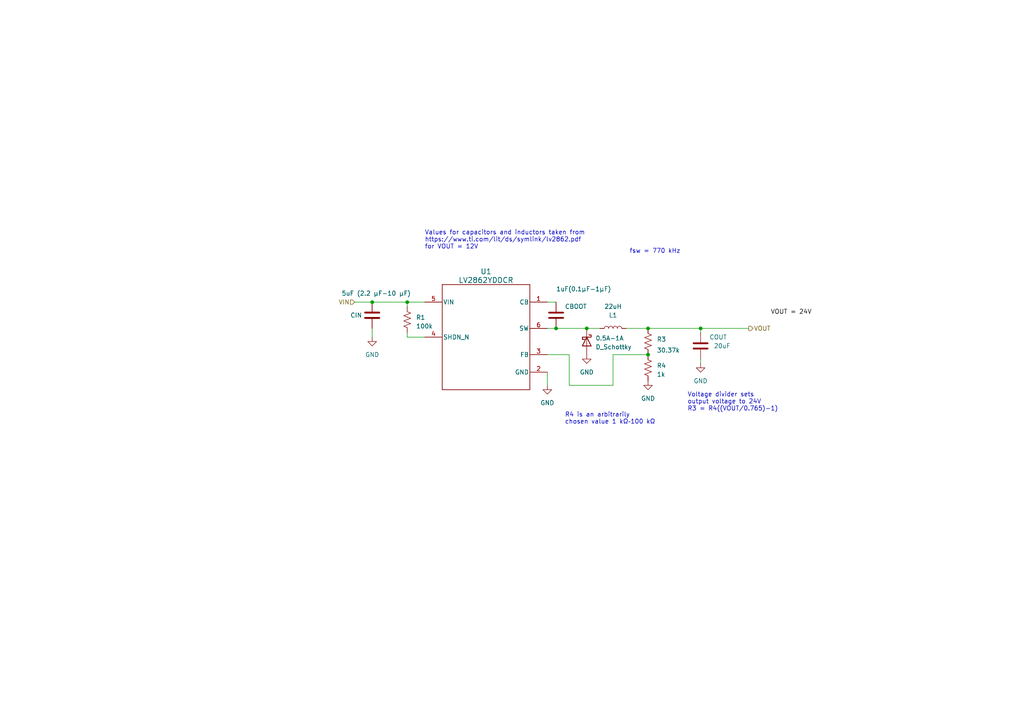
<source format=kicad_sch>
(kicad_sch (version 20230121) (generator eeschema)

  (uuid 149e507d-55bd-45fe-b150-20d899d3b124)

  (paper "A4")

  (title_block
    (title "buck_converter")
    (date "2023-11-06")
    (rev "v1")
    (company "Waterloo Rocketry")
  )

  (lib_symbols
    (symbol "Buck:LV2862YDDCR" (pin_names (offset 0.254)) (in_bom yes) (on_board yes)
      (property "Reference" "U" (at 0 2.54 0)
        (effects (font (size 1.524 1.524)))
      )
      (property "Value" "LV2862YDDCR" (at 0 0 0)
        (effects (font (size 1.524 1.524)))
      )
      (property "Footprint" "DDC0006A-IPC_A" (at 0 0 0)
        (effects (font (size 1.27 1.27) italic) hide)
      )
      (property "Datasheet" "LV2862YDDCR" (at 0 0 0)
        (effects (font (size 1.27 1.27) italic) hide)
      )
      (property "ki_locked" "" (at 0 0 0)
        (effects (font (size 1.27 1.27)))
      )
      (property "ki_keywords" "LV2862YDDCR" (at 0 0 0)
        (effects (font (size 1.27 1.27)) hide)
      )
      (property "ki_fp_filters" "DDC0006A-IPC_A DDC0006A-IPC_B DDC0006A-IPC_C DDC0006A-MFG" (at 0 0 0)
        (effects (font (size 1.27 1.27)) hide)
      )
      (symbol "LV2862YDDCR_0_1"
        (polyline
          (pts
            (xy 5.08 -25.4)
            (xy 30.48 -25.4)
          )
          (stroke (width 0.2032) (type default))
          (fill (type none))
        )
        (polyline
          (pts
            (xy 5.08 5.08)
            (xy 5.08 -25.4)
          )
          (stroke (width 0.2032) (type default))
          (fill (type none))
        )
        (polyline
          (pts
            (xy 30.48 -25.4)
            (xy 30.48 5.08)
          )
          (stroke (width 0.2032) (type default))
          (fill (type none))
        )
        (polyline
          (pts
            (xy 30.48 5.08)
            (xy 5.08 5.08)
          )
          (stroke (width 0.2032) (type default))
          (fill (type none))
        )
        (pin unspecified line (at 35.56 0 180) (length 5.08)
          (name "CB" (effects (font (size 1.27 1.27))))
          (number "1" (effects (font (size 1.27 1.27))))
        )
        (pin power_in line (at 35.56 -20.32 180) (length 5.08)
          (name "GND" (effects (font (size 1.27 1.27))))
          (number "2" (effects (font (size 1.27 1.27))))
        )
        (pin unspecified line (at 35.56 -15.24 180) (length 5.08)
          (name "FB" (effects (font (size 1.27 1.27))))
          (number "3" (effects (font (size 1.27 1.27))))
        )
        (pin input line (at 0 -10.16 0) (length 5.08)
          (name "SHDN_N" (effects (font (size 1.27 1.27))))
          (number "4" (effects (font (size 1.27 1.27))))
        )
        (pin power_in line (at 0 0 0) (length 5.08)
          (name "VIN" (effects (font (size 1.27 1.27))))
          (number "5" (effects (font (size 1.27 1.27))))
        )
        (pin unspecified line (at 35.56 -7.62 180) (length 5.08)
          (name "SW" (effects (font (size 1.27 1.27))))
          (number "6" (effects (font (size 1.27 1.27))))
        )
      )
    )
    (symbol "Device:C" (pin_numbers hide) (pin_names (offset 0.254)) (in_bom yes) (on_board yes)
      (property "Reference" "C" (at 0.635 2.54 0)
        (effects (font (size 1.27 1.27)) (justify left))
      )
      (property "Value" "C" (at 0.635 -2.54 0)
        (effects (font (size 1.27 1.27)) (justify left))
      )
      (property "Footprint" "" (at 0.9652 -3.81 0)
        (effects (font (size 1.27 1.27)) hide)
      )
      (property "Datasheet" "~" (at 0 0 0)
        (effects (font (size 1.27 1.27)) hide)
      )
      (property "ki_keywords" "cap capacitor" (at 0 0 0)
        (effects (font (size 1.27 1.27)) hide)
      )
      (property "ki_description" "Unpolarized capacitor" (at 0 0 0)
        (effects (font (size 1.27 1.27)) hide)
      )
      (property "ki_fp_filters" "C_*" (at 0 0 0)
        (effects (font (size 1.27 1.27)) hide)
      )
      (symbol "C_0_1"
        (polyline
          (pts
            (xy -2.032 -0.762)
            (xy 2.032 -0.762)
          )
          (stroke (width 0.508) (type default))
          (fill (type none))
        )
        (polyline
          (pts
            (xy -2.032 0.762)
            (xy 2.032 0.762)
          )
          (stroke (width 0.508) (type default))
          (fill (type none))
        )
      )
      (symbol "C_1_1"
        (pin passive line (at 0 3.81 270) (length 2.794)
          (name "~" (effects (font (size 1.27 1.27))))
          (number "1" (effects (font (size 1.27 1.27))))
        )
        (pin passive line (at 0 -3.81 90) (length 2.794)
          (name "~" (effects (font (size 1.27 1.27))))
          (number "2" (effects (font (size 1.27 1.27))))
        )
      )
    )
    (symbol "Device:D_Schottky" (pin_numbers hide) (pin_names (offset 1.016) hide) (in_bom yes) (on_board yes)
      (property "Reference" "D" (at 0 2.54 0)
        (effects (font (size 1.27 1.27)))
      )
      (property "Value" "D_Schottky" (at 0 -2.54 0)
        (effects (font (size 1.27 1.27)))
      )
      (property "Footprint" "" (at 0 0 0)
        (effects (font (size 1.27 1.27)) hide)
      )
      (property "Datasheet" "~" (at 0 0 0)
        (effects (font (size 1.27 1.27)) hide)
      )
      (property "ki_keywords" "diode Schottky" (at 0 0 0)
        (effects (font (size 1.27 1.27)) hide)
      )
      (property "ki_description" "Schottky diode" (at 0 0 0)
        (effects (font (size 1.27 1.27)) hide)
      )
      (property "ki_fp_filters" "TO-???* *_Diode_* *SingleDiode* D_*" (at 0 0 0)
        (effects (font (size 1.27 1.27)) hide)
      )
      (symbol "D_Schottky_0_1"
        (polyline
          (pts
            (xy 1.27 0)
            (xy -1.27 0)
          )
          (stroke (width 0) (type default))
          (fill (type none))
        )
        (polyline
          (pts
            (xy 1.27 1.27)
            (xy 1.27 -1.27)
            (xy -1.27 0)
            (xy 1.27 1.27)
          )
          (stroke (width 0.254) (type default))
          (fill (type none))
        )
        (polyline
          (pts
            (xy -1.905 0.635)
            (xy -1.905 1.27)
            (xy -1.27 1.27)
            (xy -1.27 -1.27)
            (xy -0.635 -1.27)
            (xy -0.635 -0.635)
          )
          (stroke (width 0.254) (type default))
          (fill (type none))
        )
      )
      (symbol "D_Schottky_1_1"
        (pin passive line (at -3.81 0 0) (length 2.54)
          (name "K" (effects (font (size 1.27 1.27))))
          (number "1" (effects (font (size 1.27 1.27))))
        )
        (pin passive line (at 3.81 0 180) (length 2.54)
          (name "A" (effects (font (size 1.27 1.27))))
          (number "2" (effects (font (size 1.27 1.27))))
        )
      )
    )
    (symbol "Device:L" (pin_numbers hide) (pin_names (offset 1.016) hide) (in_bom yes) (on_board yes)
      (property "Reference" "L" (at -1.27 0 90)
        (effects (font (size 1.27 1.27)))
      )
      (property "Value" "L" (at 1.905 0 90)
        (effects (font (size 1.27 1.27)))
      )
      (property "Footprint" "" (at 0 0 0)
        (effects (font (size 1.27 1.27)) hide)
      )
      (property "Datasheet" "~" (at 0 0 0)
        (effects (font (size 1.27 1.27)) hide)
      )
      (property "ki_keywords" "inductor choke coil reactor magnetic" (at 0 0 0)
        (effects (font (size 1.27 1.27)) hide)
      )
      (property "ki_description" "Inductor" (at 0 0 0)
        (effects (font (size 1.27 1.27)) hide)
      )
      (property "ki_fp_filters" "Choke_* *Coil* Inductor_* L_*" (at 0 0 0)
        (effects (font (size 1.27 1.27)) hide)
      )
      (symbol "L_0_1"
        (arc (start 0 -2.54) (mid 0.6323 -1.905) (end 0 -1.27)
          (stroke (width 0) (type default))
          (fill (type none))
        )
        (arc (start 0 -1.27) (mid 0.6323 -0.635) (end 0 0)
          (stroke (width 0) (type default))
          (fill (type none))
        )
        (arc (start 0 0) (mid 0.6323 0.635) (end 0 1.27)
          (stroke (width 0) (type default))
          (fill (type none))
        )
        (arc (start 0 1.27) (mid 0.6323 1.905) (end 0 2.54)
          (stroke (width 0) (type default))
          (fill (type none))
        )
      )
      (symbol "L_1_1"
        (pin passive line (at 0 3.81 270) (length 1.27)
          (name "1" (effects (font (size 1.27 1.27))))
          (number "1" (effects (font (size 1.27 1.27))))
        )
        (pin passive line (at 0 -3.81 90) (length 1.27)
          (name "2" (effects (font (size 1.27 1.27))))
          (number "2" (effects (font (size 1.27 1.27))))
        )
      )
    )
    (symbol "Device:R_US" (pin_numbers hide) (pin_names (offset 0)) (in_bom yes) (on_board yes)
      (property "Reference" "R" (at 2.54 0 90)
        (effects (font (size 1.27 1.27)))
      )
      (property "Value" "R_US" (at -2.54 0 90)
        (effects (font (size 1.27 1.27)))
      )
      (property "Footprint" "" (at 1.016 -0.254 90)
        (effects (font (size 1.27 1.27)) hide)
      )
      (property "Datasheet" "~" (at 0 0 0)
        (effects (font (size 1.27 1.27)) hide)
      )
      (property "ki_keywords" "R res resistor" (at 0 0 0)
        (effects (font (size 1.27 1.27)) hide)
      )
      (property "ki_description" "Resistor, US symbol" (at 0 0 0)
        (effects (font (size 1.27 1.27)) hide)
      )
      (property "ki_fp_filters" "R_*" (at 0 0 0)
        (effects (font (size 1.27 1.27)) hide)
      )
      (symbol "R_US_0_1"
        (polyline
          (pts
            (xy 0 -2.286)
            (xy 0 -2.54)
          )
          (stroke (width 0) (type default))
          (fill (type none))
        )
        (polyline
          (pts
            (xy 0 2.286)
            (xy 0 2.54)
          )
          (stroke (width 0) (type default))
          (fill (type none))
        )
        (polyline
          (pts
            (xy 0 -0.762)
            (xy 1.016 -1.143)
            (xy 0 -1.524)
            (xy -1.016 -1.905)
            (xy 0 -2.286)
          )
          (stroke (width 0) (type default))
          (fill (type none))
        )
        (polyline
          (pts
            (xy 0 0.762)
            (xy 1.016 0.381)
            (xy 0 0)
            (xy -1.016 -0.381)
            (xy 0 -0.762)
          )
          (stroke (width 0) (type default))
          (fill (type none))
        )
        (polyline
          (pts
            (xy 0 2.286)
            (xy 1.016 1.905)
            (xy 0 1.524)
            (xy -1.016 1.143)
            (xy 0 0.762)
          )
          (stroke (width 0) (type default))
          (fill (type none))
        )
      )
      (symbol "R_US_1_1"
        (pin passive line (at 0 3.81 270) (length 1.27)
          (name "~" (effects (font (size 1.27 1.27))))
          (number "1" (effects (font (size 1.27 1.27))))
        )
        (pin passive line (at 0 -3.81 90) (length 1.27)
          (name "~" (effects (font (size 1.27 1.27))))
          (number "2" (effects (font (size 1.27 1.27))))
        )
      )
    )
    (symbol "power:GND" (power) (pin_names (offset 0)) (in_bom yes) (on_board yes)
      (property "Reference" "#PWR" (at 0 -6.35 0)
        (effects (font (size 1.27 1.27)) hide)
      )
      (property "Value" "GND" (at 0 -3.81 0)
        (effects (font (size 1.27 1.27)))
      )
      (property "Footprint" "" (at 0 0 0)
        (effects (font (size 1.27 1.27)) hide)
      )
      (property "Datasheet" "" (at 0 0 0)
        (effects (font (size 1.27 1.27)) hide)
      )
      (property "ki_keywords" "global power" (at 0 0 0)
        (effects (font (size 1.27 1.27)) hide)
      )
      (property "ki_description" "Power symbol creates a global label with name \"GND\" , ground" (at 0 0 0)
        (effects (font (size 1.27 1.27)) hide)
      )
      (symbol "GND_0_1"
        (polyline
          (pts
            (xy 0 0)
            (xy 0 -1.27)
            (xy 1.27 -1.27)
            (xy 0 -2.54)
            (xy -1.27 -1.27)
            (xy 0 -1.27)
          )
          (stroke (width 0) (type default))
          (fill (type none))
        )
      )
      (symbol "GND_1_1"
        (pin power_in line (at 0 0 270) (length 0) hide
          (name "GND" (effects (font (size 1.27 1.27))))
          (number "1" (effects (font (size 1.27 1.27))))
        )
      )
    )
  )

  (junction (at 187.96 95.25) (diameter 0) (color 0 0 0 0)
    (uuid 05c63fa1-1bb6-484b-9a9f-d14482594bfa)
  )
  (junction (at 161.29 95.25) (diameter 0) (color 0 0 0 0)
    (uuid 249ae2f9-f823-45a1-b120-4279db223ece)
  )
  (junction (at 107.95 87.63) (diameter 0) (color 0 0 0 0)
    (uuid 28ac6238-55e4-4db7-bacc-8e1bffac0066)
  )
  (junction (at 187.96 102.87) (diameter 0) (color 0 0 0 0)
    (uuid 3ff120d7-1225-410d-9c2c-ffdfdf2dfeb8)
  )
  (junction (at 203.2 95.25) (diameter 0) (color 0 0 0 0)
    (uuid 7c74f38d-d56a-4282-b61b-ee4b8000c19a)
  )
  (junction (at 118.11 87.63) (diameter 0) (color 0 0 0 0)
    (uuid 801dd88e-25be-4309-911c-06e0299ccfdd)
  )
  (junction (at 170.18 95.25) (diameter 0) (color 0 0 0 0)
    (uuid a1215a99-21f9-481c-82a7-978589d7aafb)
  )

  (wire (pts (xy 118.11 97.79) (xy 123.19 97.79))
    (stroke (width 0) (type default))
    (uuid 0248fefa-2541-4af8-927e-e162ca59c8bf)
  )
  (wire (pts (xy 203.2 105.41) (xy 203.2 104.14))
    (stroke (width 0) (type default))
    (uuid 0f971934-0ddf-4292-88b0-bfeed2e7b45a)
  )
  (wire (pts (xy 203.2 95.25) (xy 217.17 95.25))
    (stroke (width 0) (type default))
    (uuid 11da575b-2227-4986-9d15-99df59609c3d)
  )
  (wire (pts (xy 158.75 87.63) (xy 161.29 87.63))
    (stroke (width 0) (type default))
    (uuid 195c710d-3e66-4ac7-95ab-1858b6be0e94)
  )
  (wire (pts (xy 177.8 111.76) (xy 177.8 102.87))
    (stroke (width 0) (type default))
    (uuid 2fb05118-9944-411c-a92e-6a9901ab8f32)
  )
  (wire (pts (xy 187.96 95.25) (xy 203.2 95.25))
    (stroke (width 0) (type default))
    (uuid 3baa41a7-8014-4a0d-a23a-332a9c5d1fd5)
  )
  (wire (pts (xy 118.11 96.52) (xy 118.11 97.79))
    (stroke (width 0) (type default))
    (uuid 417f70dd-48c7-4e4a-a704-e5ce8e46dfa5)
  )
  (wire (pts (xy 203.2 96.52) (xy 203.2 95.25))
    (stroke (width 0) (type default))
    (uuid 42d6f58e-98b6-43c6-b586-c13cb1c1f039)
  )
  (wire (pts (xy 158.75 107.95) (xy 158.75 111.76))
    (stroke (width 0) (type default))
    (uuid 68cd7980-b9ea-49b8-b023-d6cec75e26e8)
  )
  (wire (pts (xy 118.11 87.63) (xy 118.11 88.9))
    (stroke (width 0) (type default))
    (uuid 6bd63597-fecd-4666-a37f-d5c0a9092105)
  )
  (wire (pts (xy 165.1 102.87) (xy 165.1 111.76))
    (stroke (width 0) (type default))
    (uuid 6f555269-d3a8-4a56-9feb-0bc1892ed299)
  )
  (wire (pts (xy 102.87 87.63) (xy 107.95 87.63))
    (stroke (width 0) (type default))
    (uuid 7593dd03-e12e-4b97-9ff2-cfd66809af34)
  )
  (wire (pts (xy 161.29 95.25) (xy 170.18 95.25))
    (stroke (width 0) (type default))
    (uuid 7b4ac6f3-d71c-4e08-86f4-4d8b5fb65444)
  )
  (wire (pts (xy 107.95 87.63) (xy 118.11 87.63))
    (stroke (width 0) (type default))
    (uuid 8db78a4b-290e-4a04-b62d-07ac56af9c0a)
  )
  (wire (pts (xy 165.1 111.76) (xy 177.8 111.76))
    (stroke (width 0) (type default))
    (uuid 976c654d-3d05-40cf-8cc0-c151979d590e)
  )
  (wire (pts (xy 181.61 95.25) (xy 187.96 95.25))
    (stroke (width 0) (type default))
    (uuid b2aae858-0a30-4c85-9829-3f8274697937)
  )
  (wire (pts (xy 170.18 95.25) (xy 173.99 95.25))
    (stroke (width 0) (type default))
    (uuid c1d52ba6-74ae-4012-95ad-7c0ce0ecad70)
  )
  (wire (pts (xy 107.95 95.25) (xy 107.95 97.79))
    (stroke (width 0) (type default))
    (uuid c4786a52-561c-4970-88a2-0c10859f4942)
  )
  (wire (pts (xy 158.75 102.87) (xy 165.1 102.87))
    (stroke (width 0) (type default))
    (uuid d5d97dfe-4002-4437-8890-db383f12e44a)
  )
  (wire (pts (xy 177.8 102.87) (xy 187.96 102.87))
    (stroke (width 0) (type default))
    (uuid db2aa714-ac1c-4f91-9ddd-097339a7b2eb)
  )
  (wire (pts (xy 118.11 87.63) (xy 123.19 87.63))
    (stroke (width 0) (type default))
    (uuid ef155a16-15e1-4bfe-8ce7-fec6d70112bf)
  )
  (wire (pts (xy 158.75 95.25) (xy 161.29 95.25))
    (stroke (width 0) (type default))
    (uuid f24e43c4-e597-4b65-b29c-28bf90d6876b)
  )

  (text " fsw = 770 kHz" (at 181.61 73.66 0)
    (effects (font (size 1.27 1.27)) (justify left bottom))
    (uuid 03dde147-e507-460f-9716-2902620d4008)
  )
  (text "Voltage divider sets\noutput voltage to 24V\nR3 = R4((VOUT/0.765)-1)"
    (at 199.39 119.38 0)
    (effects (font (size 1.27 1.27)) (justify left bottom))
    (uuid 5d083e85-40b2-46bd-9cec-13a39e5cd1d7)
  )
  (text "Values for capacitors and inductors taken from \nhttps://www.ti.com/lit/ds/symlink/lv2862.pdf\nfor VOUT = 12V\n"
    (at 123.19 72.39 0)
    (effects (font (size 1.27 1.27)) (justify left bottom))
    (uuid 62d39527-7483-4dbc-912d-f6597e5c8f25)
  )
  (text "R4 is an arbitrarily \nchosen value 1 kΩ–100 kΩ" (at 163.83 123.19 0)
    (effects (font (size 1.27 1.27)) (justify left bottom))
    (uuid b5e574d9-6b7b-4804-94df-a34de323c77f)
  )

  (label "VOUT = 24V" (at 223.52 91.44 0) (fields_autoplaced)
    (effects (font (size 1.27 1.27)) (justify left bottom))
    (uuid f5ac8d2a-8e54-4f39-9a58-ac3e517ff783)
  )

  (hierarchical_label "VIN" (shape input) (at 102.87 87.63 180) (fields_autoplaced)
    (effects (font (size 1.27 1.27)) (justify right))
    (uuid 10a22cee-2c3a-4b3b-8e04-751c81f80694)
  )
  (hierarchical_label "VOUT" (shape output) (at 217.17 95.25 0) (fields_autoplaced)
    (effects (font (size 1.27 1.27)) (justify left))
    (uuid 79e2a432-2f5c-43f4-9312-d74c605c278a)
  )

  (symbol (lib_id "power:GND") (at 187.96 110.49 0) (unit 1)
    (in_bom yes) (on_board yes) (dnp no) (fields_autoplaced)
    (uuid 04019a86-ca20-4a60-aebb-6a3c7bc050cb)
    (property "Reference" "#PWR04" (at 187.96 116.84 0)
      (effects (font (size 1.27 1.27)) hide)
    )
    (property "Value" "GND" (at 187.96 115.57 0)
      (effects (font (size 1.27 1.27)))
    )
    (property "Footprint" "" (at 187.96 110.49 0)
      (effects (font (size 1.27 1.27)) hide)
    )
    (property "Datasheet" "" (at 187.96 110.49 0)
      (effects (font (size 1.27 1.27)) hide)
    )
    (pin "1" (uuid 5322739b-9dc8-4ea9-b6ee-d5c1b8d017a5))
    (instances
      (project "buck_converter_new"
        (path "/149e507d-55bd-45fe-b150-20d899d3b124"
          (reference "#PWR04") (unit 1)
        )
      )
    )
  )

  (symbol (lib_id "Device:R_US") (at 118.11 92.71 0) (unit 1)
    (in_bom yes) (on_board yes) (dnp no) (fields_autoplaced)
    (uuid 08343eae-bdce-4061-8699-958f728b75c8)
    (property "Reference" "R1" (at 120.65 92.075 0)
      (effects (font (size 1.27 1.27)) (justify left))
    )
    (property "Value" "100k" (at 120.65 94.615 0)
      (effects (font (size 1.27 1.27)) (justify left))
    )
    (property "Footprint" "" (at 119.126 92.964 90)
      (effects (font (size 1.27 1.27)) hide)
    )
    (property "Datasheet" "~" (at 118.11 92.71 0)
      (effects (font (size 1.27 1.27)) hide)
    )
    (pin "1" (uuid 21557590-df05-4475-845f-f41c0a3daf29))
    (pin "2" (uuid de746755-42be-47ee-bffd-e3d9e9e7e363))
    (instances
      (project "buck_converter_new"
        (path "/149e507d-55bd-45fe-b150-20d899d3b124"
          (reference "R1") (unit 1)
        )
      )
    )
  )

  (symbol (lib_id "Device:D_Schottky") (at 170.18 99.06 270) (unit 1)
    (in_bom yes) (on_board yes) (dnp no) (fields_autoplaced)
    (uuid 1fb01dce-f5ba-48fc-9d74-7323b0c4e123)
    (property "Reference" "0.5A-1A" (at 172.72 98.1075 90)
      (effects (font (size 1.27 1.27)) (justify left))
    )
    (property "Value" "D_Schottky" (at 172.72 100.6475 90)
      (effects (font (size 1.27 1.27)) (justify left))
    )
    (property "Footprint" "" (at 170.18 99.06 0)
      (effects (font (size 1.27 1.27)) hide)
    )
    (property "Datasheet" "~" (at 170.18 99.06 0)
      (effects (font (size 1.27 1.27)) hide)
    )
    (pin "1" (uuid 6133e0ff-8a71-4d6d-936a-38d63a89a13c))
    (pin "2" (uuid 1efd95d0-34d1-44d2-8362-89be5571dbb9))
    (instances
      (project "buck_converter_new"
        (path "/149e507d-55bd-45fe-b150-20d899d3b124"
          (reference "0.5A-1A") (unit 1)
        )
      )
    )
  )

  (symbol (lib_id "Device:R_US") (at 187.96 106.68 0) (unit 1)
    (in_bom yes) (on_board yes) (dnp no) (fields_autoplaced)
    (uuid 31b6f6e4-c79e-48fa-959a-0ab1d97a1996)
    (property "Reference" "R4" (at 190.5 106.045 0)
      (effects (font (size 1.27 1.27)) (justify left))
    )
    (property "Value" "1k" (at 190.5 108.585 0)
      (effects (font (size 1.27 1.27)) (justify left))
    )
    (property "Footprint" "" (at 188.976 106.934 90)
      (effects (font (size 1.27 1.27)) hide)
    )
    (property "Datasheet" "~" (at 187.96 106.68 0)
      (effects (font (size 1.27 1.27)) hide)
    )
    (pin "1" (uuid 403d01e2-c818-4deb-9db6-ae6ae642dd2f))
    (pin "2" (uuid dafd55c5-77b2-45ad-bae2-e3170384a02c))
    (instances
      (project "buck_converter_new"
        (path "/149e507d-55bd-45fe-b150-20d899d3b124"
          (reference "R4") (unit 1)
        )
      )
    )
  )

  (symbol (lib_id "power:GND") (at 107.95 97.79 0) (unit 1)
    (in_bom yes) (on_board yes) (dnp no) (fields_autoplaced)
    (uuid 40d3a772-96bd-407c-a606-5e60ddd2cd1f)
    (property "Reference" "#PWR02" (at 107.95 104.14 0)
      (effects (font (size 1.27 1.27)) hide)
    )
    (property "Value" "GND" (at 107.95 102.87 0)
      (effects (font (size 1.27 1.27)))
    )
    (property "Footprint" "" (at 107.95 97.79 0)
      (effects (font (size 1.27 1.27)) hide)
    )
    (property "Datasheet" "" (at 107.95 97.79 0)
      (effects (font (size 1.27 1.27)) hide)
    )
    (pin "1" (uuid 5a6b410a-fb95-4f1c-8849-866236612a63))
    (instances
      (project "buck_converter_new"
        (path "/149e507d-55bd-45fe-b150-20d899d3b124"
          (reference "#PWR02") (unit 1)
        )
      )
    )
  )

  (symbol (lib_id "Device:R_US") (at 187.96 99.06 0) (unit 1)
    (in_bom yes) (on_board yes) (dnp no)
    (uuid 4648e923-fbfe-41df-aa71-5ecb2d5c29f2)
    (property "Reference" "R3" (at 190.5 98.425 0)
      (effects (font (size 1.27 1.27)) (justify left))
    )
    (property "Value" "30.37k" (at 190.5 101.6 0)
      (effects (font (size 1.27 1.27)) (justify left))
    )
    (property "Footprint" "" (at 188.976 99.314 90)
      (effects (font (size 1.27 1.27)) hide)
    )
    (property "Datasheet" "~" (at 187.96 99.06 0)
      (effects (font (size 1.27 1.27)) hide)
    )
    (pin "1" (uuid deb09a9f-4c90-4c68-b824-b77ceece1500))
    (pin "2" (uuid 8fb6c28f-f2f0-4d49-b48a-f482fa635b15))
    (instances
      (project "buck_converter_new"
        (path "/149e507d-55bd-45fe-b150-20d899d3b124"
          (reference "R3") (unit 1)
        )
      )
    )
  )

  (symbol (lib_id "Device:C") (at 107.95 91.44 0) (unit 1)
    (in_bom yes) (on_board yes) (dnp no)
    (uuid 4aff35db-bcdb-4ed4-ad18-46cea680d878)
    (property "Reference" "C1" (at 111.76 90.805 0)
      (effects (font (size 1.27 1.27)) (justify left) hide)
    )
    (property "Value" "C" (at 111.76 93.345 0)
      (effects (font (size 1.27 1.27)) (justify left) hide)
    )
    (property "Footprint" "" (at 108.9152 95.25 0)
      (effects (font (size 1.27 1.27)) hide)
    )
    (property "Datasheet" "~" (at 107.95 91.44 0)
      (effects (font (size 1.27 1.27)) hide)
    )
    (pin "1" (uuid 3b8d23d6-f344-4d8f-91c8-4fa6e116a4d5))
    (pin "2" (uuid 1eab76bb-292f-45f3-b465-e323cfd49c78))
    (instances
      (project "buck_converter_new"
        (path "/149e507d-55bd-45fe-b150-20d899d3b124"
          (reference "C1") (unit 1)
        )
      )
    )
  )

  (symbol (lib_id "Device:C") (at 161.29 91.44 0) (unit 1)
    (in_bom yes) (on_board yes) (dnp no)
    (uuid 55f32253-ec6a-48e8-ad89-c4a72f71be01)
    (property "Reference" "CBOOT" (at 163.83 88.9 0)
      (effects (font (size 1.27 1.27)) (justify left))
    )
    (property "Value" "1uF(0.1µF-1µF)" (at 161.29 83.82 0)
      (effects (font (size 1.27 1.27)) (justify left))
    )
    (property "Footprint" "" (at 162.2552 95.25 0)
      (effects (font (size 1.27 1.27)) hide)
    )
    (property "Datasheet" "~" (at 161.29 91.44 0)
      (effects (font (size 1.27 1.27)) hide)
    )
    (pin "1" (uuid 82abfd29-0b22-4729-aa09-fcdcfa503549))
    (pin "2" (uuid e25b3452-e36f-4a37-b2fb-255a5e11a23e))
    (instances
      (project "buck_converter_new"
        (path "/149e507d-55bd-45fe-b150-20d899d3b124"
          (reference "CBOOT") (unit 1)
        )
      )
    )
  )

  (symbol (lib_id "Device:L") (at 177.8 95.25 90) (unit 1)
    (in_bom yes) (on_board yes) (dnp no)
    (uuid 6a95801f-ca2d-42f1-ad16-8c3c0a20c8cb)
    (property "Reference" "L1" (at 177.8 91.44 90)
      (effects (font (size 1.27 1.27)))
    )
    (property "Value" "22uH" (at 177.8 88.9 90)
      (effects (font (size 1.27 1.27)))
    )
    (property "Footprint" "" (at 177.8 95.25 0)
      (effects (font (size 1.27 1.27)) hide)
    )
    (property "Datasheet" "~" (at 177.8 95.25 0)
      (effects (font (size 1.27 1.27)) hide)
    )
    (pin "1" (uuid 1f038eb0-5f74-4bfd-abb7-c342f9c34fa2))
    (pin "2" (uuid af8f76ed-e9f1-4048-b550-c2c4531b03c8))
    (instances
      (project "buck_converter_new"
        (path "/149e507d-55bd-45fe-b150-20d899d3b124"
          (reference "L1") (unit 1)
        )
      )
    )
  )

  (symbol (lib_id "power:GND") (at 158.75 111.76 0) (unit 1)
    (in_bom yes) (on_board yes) (dnp no) (fields_autoplaced)
    (uuid 89fd59d6-441b-4d59-9196-21167cb5a531)
    (property "Reference" "#PWR01" (at 158.75 118.11 0)
      (effects (font (size 1.27 1.27)) hide)
    )
    (property "Value" "GND" (at 158.75 116.84 0)
      (effects (font (size 1.27 1.27)))
    )
    (property "Footprint" "" (at 158.75 111.76 0)
      (effects (font (size 1.27 1.27)) hide)
    )
    (property "Datasheet" "" (at 158.75 111.76 0)
      (effects (font (size 1.27 1.27)) hide)
    )
    (pin "1" (uuid 46b5596f-fa8a-446e-b3d6-fbe57d3f0d77))
    (instances
      (project "buck_converter_new"
        (path "/149e507d-55bd-45fe-b150-20d899d3b124"
          (reference "#PWR01") (unit 1)
        )
      )
    )
  )

  (symbol (lib_id "Buck:LV2862YDDCR") (at 123.19 87.63 0) (unit 1)
    (in_bom yes) (on_board yes) (dnp no) (fields_autoplaced)
    (uuid 93bfbe1b-e961-4a35-8f2d-f22af4d77d80)
    (property "Reference" "U1" (at 140.97 78.74 0)
      (effects (font (size 1.524 1.524)))
    )
    (property "Value" "LV2862YDDCR" (at 140.97 81.28 0)
      (effects (font (size 1.524 1.524)))
    )
    (property "Footprint" "DDC0006A-IPC_A" (at 123.19 87.63 0)
      (effects (font (size 1.27 1.27) italic) hide)
    )
    (property "Datasheet" "LV2862YDDCR" (at 123.19 87.63 0)
      (effects (font (size 1.27 1.27) italic) hide)
    )
    (pin "1" (uuid 3fbdf016-20d1-4214-b7ca-3b6f11600d00))
    (pin "2" (uuid b08a0700-f00d-453a-8ae9-32ceab4b9944))
    (pin "3" (uuid 2a8143ed-f7c0-4204-80e3-a11e55dfbcd3))
    (pin "4" (uuid 150f4dd4-b0d6-4770-be5e-d579a564003d))
    (pin "5" (uuid 0cbf813e-0d08-4fb2-9add-d1ba33649741))
    (pin "6" (uuid 6991abf1-049a-43bf-b296-21a211260ab0))
    (instances
      (project "buck_converter_new"
        (path "/149e507d-55bd-45fe-b150-20d899d3b124"
          (reference "U1") (unit 1)
        )
      )
    )
  )

  (symbol (lib_id "Device:C") (at 203.2 100.33 0) (unit 1)
    (in_bom yes) (on_board yes) (dnp no)
    (uuid c1a05682-55fe-45d9-9a28-1d3088dac94e)
    (property "Reference" "COUT" (at 205.74 97.79 0)
      (effects (font (size 1.27 1.27)) (justify left))
    )
    (property "Value" "20uF" (at 207.01 100.33 0)
      (effects (font (size 1.27 1.27)) (justify left))
    )
    (property "Footprint" "" (at 204.1652 104.14 0)
      (effects (font (size 1.27 1.27)) hide)
    )
    (property "Datasheet" "~" (at 203.2 100.33 0)
      (effects (font (size 1.27 1.27)) hide)
    )
    (pin "1" (uuid c6a43b80-71c5-42a5-b6d6-df47596840de))
    (pin "2" (uuid 69b944b3-33cb-4201-bdf4-46fea3b1a812))
    (instances
      (project "buck_converter_new"
        (path "/149e507d-55bd-45fe-b150-20d899d3b124"
          (reference "COUT") (unit 1)
        )
      )
    )
  )

  (symbol (lib_id "power:GND") (at 203.2 105.41 0) (unit 1)
    (in_bom yes) (on_board yes) (dnp no) (fields_autoplaced)
    (uuid d8240fbe-9c07-4c2c-90f5-430c2c476155)
    (property "Reference" "#PWR06" (at 203.2 111.76 0)
      (effects (font (size 1.27 1.27)) hide)
    )
    (property "Value" "GND" (at 203.2 110.49 0)
      (effects (font (size 1.27 1.27)))
    )
    (property "Footprint" "" (at 203.2 105.41 0)
      (effects (font (size 1.27 1.27)) hide)
    )
    (property "Datasheet" "" (at 203.2 105.41 0)
      (effects (font (size 1.27 1.27)) hide)
    )
    (pin "1" (uuid 1ac2c59b-a156-44df-990e-f1e3b18e319e))
    (instances
      (project "buck_converter_new"
        (path "/149e507d-55bd-45fe-b150-20d899d3b124"
          (reference "#PWR06") (unit 1)
        )
      )
    )
  )

  (symbol (lib_id "Device:C") (at 107.95 91.44 0) (unit 1)
    (in_bom yes) (on_board yes) (dnp no)
    (uuid e247d4cb-98ef-4e9a-9b37-5eabf8971149)
    (property "Reference" "CIN" (at 101.6 91.44 0)
      (effects (font (size 1.27 1.27)) (justify left))
    )
    (property "Value" "5uF (2.2 µF-10 µF)" (at 99.06 85.09 0)
      (effects (font (size 1.27 1.27)) (justify left))
    )
    (property "Footprint" "" (at 108.9152 95.25 0)
      (effects (font (size 1.27 1.27)) hide)
    )
    (property "Datasheet" "~" (at 107.95 91.44 0)
      (effects (font (size 1.27 1.27)) hide)
    )
    (pin "1" (uuid 317a0d6f-e92b-4e8a-a34d-abdc0d75540f))
    (pin "2" (uuid 5e6dc50e-9f39-4030-90a2-a5533b3f084b))
    (instances
      (project "buck_converter_new"
        (path "/149e507d-55bd-45fe-b150-20d899d3b124"
          (reference "CIN") (unit 1)
        )
      )
    )
  )

  (symbol (lib_id "power:GND") (at 170.18 102.87 0) (unit 1)
    (in_bom yes) (on_board yes) (dnp no) (fields_autoplaced)
    (uuid f74107c8-848d-46dc-b972-8d0220b9c95b)
    (property "Reference" "#PWR05" (at 170.18 109.22 0)
      (effects (font (size 1.27 1.27)) hide)
    )
    (property "Value" "GND" (at 170.18 107.95 0)
      (effects (font (size 1.27 1.27)))
    )
    (property "Footprint" "" (at 170.18 102.87 0)
      (effects (font (size 1.27 1.27)) hide)
    )
    (property "Datasheet" "" (at 170.18 102.87 0)
      (effects (font (size 1.27 1.27)) hide)
    )
    (pin "1" (uuid a8ec3b1e-9b99-45ce-ac28-e0899a4a9223))
    (instances
      (project "buck_converter_new"
        (path "/149e507d-55bd-45fe-b150-20d899d3b124"
          (reference "#PWR05") (unit 1)
        )
      )
    )
  )

  (sheet_instances
    (path "/" (page "1"))
  )
)

</source>
